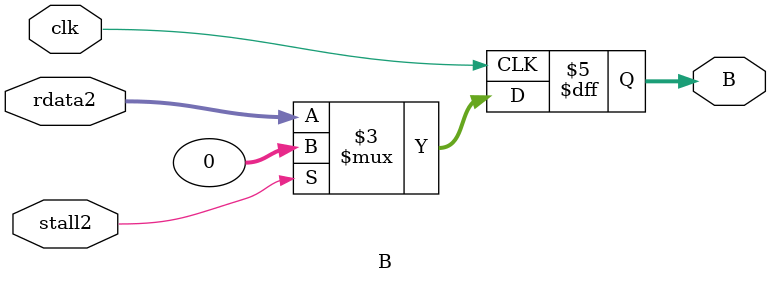
<source format=v>
`timescale 1ns / 1ps


module B(
input [31:0]rdata2,
input clk,
input stall2,
output reg [31:0]B

    );
    always@(posedge clk)
    begin
        if(stall2) begin
        B <= {32{0}};
        end
        else begin
            B <= rdata2;
        end        
    end
endmodule

</source>
